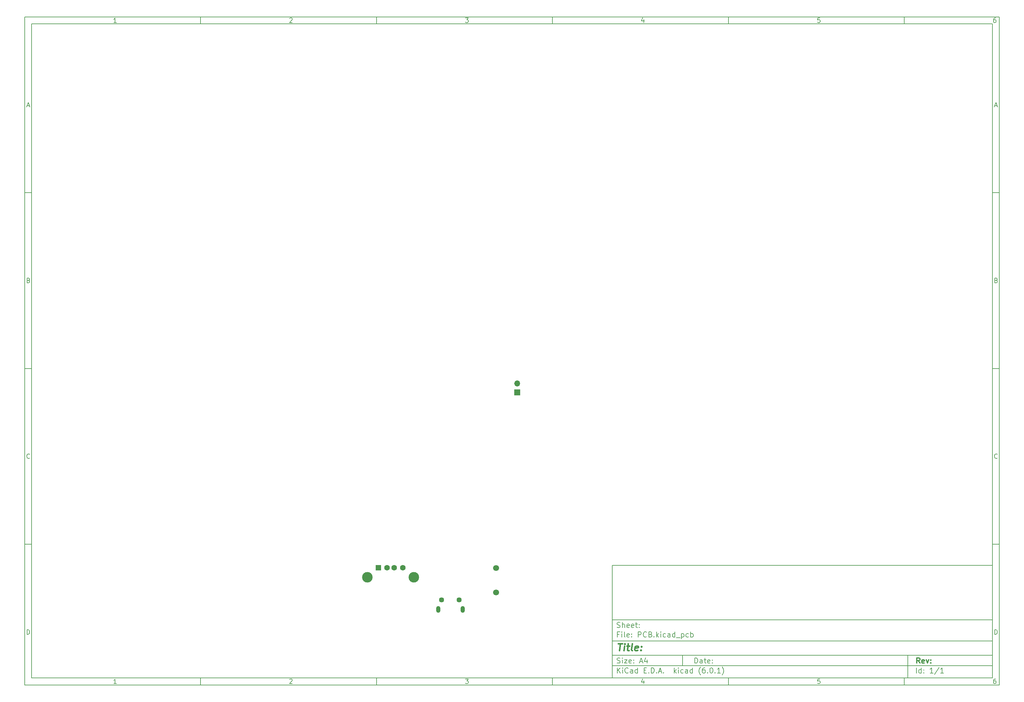
<source format=gbr>
G04 #@! TF.GenerationSoftware,KiCad,Pcbnew,(6.0.1)*
G04 #@! TF.CreationDate,2022-03-03T19:08:37-08:00*
G04 #@! TF.ProjectId,PCB,5043422e-6b69-4636-9164-5f7063625858,rev?*
G04 #@! TF.SameCoordinates,Original*
G04 #@! TF.FileFunction,Soldermask,Bot*
G04 #@! TF.FilePolarity,Negative*
%FSLAX46Y46*%
G04 Gerber Fmt 4.6, Leading zero omitted, Abs format (unit mm)*
G04 Created by KiCad (PCBNEW (6.0.1)) date 2022-03-03 19:08:37*
%MOMM*%
%LPD*%
G01*
G04 APERTURE LIST*
%ADD10C,0.100000*%
%ADD11C,0.150000*%
%ADD12C,0.300000*%
%ADD13C,0.400000*%
%ADD14R,1.600000X1.500000*%
%ADD15C,1.600000*%
%ADD16C,3.000000*%
%ADD17O,1.200000X1.900000*%
%ADD18C,1.450000*%
%ADD19C,1.700000*%
%ADD20R,1.700000X1.700000*%
%ADD21O,1.700000X1.700000*%
G04 APERTURE END LIST*
D10*
D11*
X177002200Y-166007200D02*
X177002200Y-198007200D01*
X285002200Y-198007200D01*
X285002200Y-166007200D01*
X177002200Y-166007200D01*
D10*
D11*
X10000000Y-10000000D02*
X10000000Y-200007200D01*
X287002200Y-200007200D01*
X287002200Y-10000000D01*
X10000000Y-10000000D01*
D10*
D11*
X12000000Y-12000000D02*
X12000000Y-198007200D01*
X285002200Y-198007200D01*
X285002200Y-12000000D01*
X12000000Y-12000000D01*
D10*
D11*
X60000000Y-12000000D02*
X60000000Y-10000000D01*
D10*
D11*
X110000000Y-12000000D02*
X110000000Y-10000000D01*
D10*
D11*
X160000000Y-12000000D02*
X160000000Y-10000000D01*
D10*
D11*
X210000000Y-12000000D02*
X210000000Y-10000000D01*
D10*
D11*
X260000000Y-12000000D02*
X260000000Y-10000000D01*
D10*
D11*
X36065476Y-11588095D02*
X35322619Y-11588095D01*
X35694047Y-11588095D02*
X35694047Y-10288095D01*
X35570238Y-10473809D01*
X35446428Y-10597619D01*
X35322619Y-10659523D01*
D10*
D11*
X85322619Y-10411904D02*
X85384523Y-10350000D01*
X85508333Y-10288095D01*
X85817857Y-10288095D01*
X85941666Y-10350000D01*
X86003571Y-10411904D01*
X86065476Y-10535714D01*
X86065476Y-10659523D01*
X86003571Y-10845238D01*
X85260714Y-11588095D01*
X86065476Y-11588095D01*
D10*
D11*
X135260714Y-10288095D02*
X136065476Y-10288095D01*
X135632142Y-10783333D01*
X135817857Y-10783333D01*
X135941666Y-10845238D01*
X136003571Y-10907142D01*
X136065476Y-11030952D01*
X136065476Y-11340476D01*
X136003571Y-11464285D01*
X135941666Y-11526190D01*
X135817857Y-11588095D01*
X135446428Y-11588095D01*
X135322619Y-11526190D01*
X135260714Y-11464285D01*
D10*
D11*
X185941666Y-10721428D02*
X185941666Y-11588095D01*
X185632142Y-10226190D02*
X185322619Y-11154761D01*
X186127380Y-11154761D01*
D10*
D11*
X236003571Y-10288095D02*
X235384523Y-10288095D01*
X235322619Y-10907142D01*
X235384523Y-10845238D01*
X235508333Y-10783333D01*
X235817857Y-10783333D01*
X235941666Y-10845238D01*
X236003571Y-10907142D01*
X236065476Y-11030952D01*
X236065476Y-11340476D01*
X236003571Y-11464285D01*
X235941666Y-11526190D01*
X235817857Y-11588095D01*
X235508333Y-11588095D01*
X235384523Y-11526190D01*
X235322619Y-11464285D01*
D10*
D11*
X285941666Y-10288095D02*
X285694047Y-10288095D01*
X285570238Y-10350000D01*
X285508333Y-10411904D01*
X285384523Y-10597619D01*
X285322619Y-10845238D01*
X285322619Y-11340476D01*
X285384523Y-11464285D01*
X285446428Y-11526190D01*
X285570238Y-11588095D01*
X285817857Y-11588095D01*
X285941666Y-11526190D01*
X286003571Y-11464285D01*
X286065476Y-11340476D01*
X286065476Y-11030952D01*
X286003571Y-10907142D01*
X285941666Y-10845238D01*
X285817857Y-10783333D01*
X285570238Y-10783333D01*
X285446428Y-10845238D01*
X285384523Y-10907142D01*
X285322619Y-11030952D01*
D10*
D11*
X60000000Y-198007200D02*
X60000000Y-200007200D01*
D10*
D11*
X110000000Y-198007200D02*
X110000000Y-200007200D01*
D10*
D11*
X160000000Y-198007200D02*
X160000000Y-200007200D01*
D10*
D11*
X210000000Y-198007200D02*
X210000000Y-200007200D01*
D10*
D11*
X260000000Y-198007200D02*
X260000000Y-200007200D01*
D10*
D11*
X36065476Y-199595295D02*
X35322619Y-199595295D01*
X35694047Y-199595295D02*
X35694047Y-198295295D01*
X35570238Y-198481009D01*
X35446428Y-198604819D01*
X35322619Y-198666723D01*
D10*
D11*
X85322619Y-198419104D02*
X85384523Y-198357200D01*
X85508333Y-198295295D01*
X85817857Y-198295295D01*
X85941666Y-198357200D01*
X86003571Y-198419104D01*
X86065476Y-198542914D01*
X86065476Y-198666723D01*
X86003571Y-198852438D01*
X85260714Y-199595295D01*
X86065476Y-199595295D01*
D10*
D11*
X135260714Y-198295295D02*
X136065476Y-198295295D01*
X135632142Y-198790533D01*
X135817857Y-198790533D01*
X135941666Y-198852438D01*
X136003571Y-198914342D01*
X136065476Y-199038152D01*
X136065476Y-199347676D01*
X136003571Y-199471485D01*
X135941666Y-199533390D01*
X135817857Y-199595295D01*
X135446428Y-199595295D01*
X135322619Y-199533390D01*
X135260714Y-199471485D01*
D10*
D11*
X185941666Y-198728628D02*
X185941666Y-199595295D01*
X185632142Y-198233390D02*
X185322619Y-199161961D01*
X186127380Y-199161961D01*
D10*
D11*
X236003571Y-198295295D02*
X235384523Y-198295295D01*
X235322619Y-198914342D01*
X235384523Y-198852438D01*
X235508333Y-198790533D01*
X235817857Y-198790533D01*
X235941666Y-198852438D01*
X236003571Y-198914342D01*
X236065476Y-199038152D01*
X236065476Y-199347676D01*
X236003571Y-199471485D01*
X235941666Y-199533390D01*
X235817857Y-199595295D01*
X235508333Y-199595295D01*
X235384523Y-199533390D01*
X235322619Y-199471485D01*
D10*
D11*
X285941666Y-198295295D02*
X285694047Y-198295295D01*
X285570238Y-198357200D01*
X285508333Y-198419104D01*
X285384523Y-198604819D01*
X285322619Y-198852438D01*
X285322619Y-199347676D01*
X285384523Y-199471485D01*
X285446428Y-199533390D01*
X285570238Y-199595295D01*
X285817857Y-199595295D01*
X285941666Y-199533390D01*
X286003571Y-199471485D01*
X286065476Y-199347676D01*
X286065476Y-199038152D01*
X286003571Y-198914342D01*
X285941666Y-198852438D01*
X285817857Y-198790533D01*
X285570238Y-198790533D01*
X285446428Y-198852438D01*
X285384523Y-198914342D01*
X285322619Y-199038152D01*
D10*
D11*
X10000000Y-60000000D02*
X12000000Y-60000000D01*
D10*
D11*
X10000000Y-110000000D02*
X12000000Y-110000000D01*
D10*
D11*
X10000000Y-160000000D02*
X12000000Y-160000000D01*
D10*
D11*
X10690476Y-35216666D02*
X11309523Y-35216666D01*
X10566666Y-35588095D02*
X11000000Y-34288095D01*
X11433333Y-35588095D01*
D10*
D11*
X11092857Y-84907142D02*
X11278571Y-84969047D01*
X11340476Y-85030952D01*
X11402380Y-85154761D01*
X11402380Y-85340476D01*
X11340476Y-85464285D01*
X11278571Y-85526190D01*
X11154761Y-85588095D01*
X10659523Y-85588095D01*
X10659523Y-84288095D01*
X11092857Y-84288095D01*
X11216666Y-84350000D01*
X11278571Y-84411904D01*
X11340476Y-84535714D01*
X11340476Y-84659523D01*
X11278571Y-84783333D01*
X11216666Y-84845238D01*
X11092857Y-84907142D01*
X10659523Y-84907142D01*
D10*
D11*
X11402380Y-135464285D02*
X11340476Y-135526190D01*
X11154761Y-135588095D01*
X11030952Y-135588095D01*
X10845238Y-135526190D01*
X10721428Y-135402380D01*
X10659523Y-135278571D01*
X10597619Y-135030952D01*
X10597619Y-134845238D01*
X10659523Y-134597619D01*
X10721428Y-134473809D01*
X10845238Y-134350000D01*
X11030952Y-134288095D01*
X11154761Y-134288095D01*
X11340476Y-134350000D01*
X11402380Y-134411904D01*
D10*
D11*
X10659523Y-185588095D02*
X10659523Y-184288095D01*
X10969047Y-184288095D01*
X11154761Y-184350000D01*
X11278571Y-184473809D01*
X11340476Y-184597619D01*
X11402380Y-184845238D01*
X11402380Y-185030952D01*
X11340476Y-185278571D01*
X11278571Y-185402380D01*
X11154761Y-185526190D01*
X10969047Y-185588095D01*
X10659523Y-185588095D01*
D10*
D11*
X287002200Y-60000000D02*
X285002200Y-60000000D01*
D10*
D11*
X287002200Y-110000000D02*
X285002200Y-110000000D01*
D10*
D11*
X287002200Y-160000000D02*
X285002200Y-160000000D01*
D10*
D11*
X285692676Y-35216666D02*
X286311723Y-35216666D01*
X285568866Y-35588095D02*
X286002200Y-34288095D01*
X286435533Y-35588095D01*
D10*
D11*
X286095057Y-84907142D02*
X286280771Y-84969047D01*
X286342676Y-85030952D01*
X286404580Y-85154761D01*
X286404580Y-85340476D01*
X286342676Y-85464285D01*
X286280771Y-85526190D01*
X286156961Y-85588095D01*
X285661723Y-85588095D01*
X285661723Y-84288095D01*
X286095057Y-84288095D01*
X286218866Y-84350000D01*
X286280771Y-84411904D01*
X286342676Y-84535714D01*
X286342676Y-84659523D01*
X286280771Y-84783333D01*
X286218866Y-84845238D01*
X286095057Y-84907142D01*
X285661723Y-84907142D01*
D10*
D11*
X286404580Y-135464285D02*
X286342676Y-135526190D01*
X286156961Y-135588095D01*
X286033152Y-135588095D01*
X285847438Y-135526190D01*
X285723628Y-135402380D01*
X285661723Y-135278571D01*
X285599819Y-135030952D01*
X285599819Y-134845238D01*
X285661723Y-134597619D01*
X285723628Y-134473809D01*
X285847438Y-134350000D01*
X286033152Y-134288095D01*
X286156961Y-134288095D01*
X286342676Y-134350000D01*
X286404580Y-134411904D01*
D10*
D11*
X285661723Y-185588095D02*
X285661723Y-184288095D01*
X285971247Y-184288095D01*
X286156961Y-184350000D01*
X286280771Y-184473809D01*
X286342676Y-184597619D01*
X286404580Y-184845238D01*
X286404580Y-185030952D01*
X286342676Y-185278571D01*
X286280771Y-185402380D01*
X286156961Y-185526190D01*
X285971247Y-185588095D01*
X285661723Y-185588095D01*
D10*
D11*
X200434342Y-193785771D02*
X200434342Y-192285771D01*
X200791485Y-192285771D01*
X201005771Y-192357200D01*
X201148628Y-192500057D01*
X201220057Y-192642914D01*
X201291485Y-192928628D01*
X201291485Y-193142914D01*
X201220057Y-193428628D01*
X201148628Y-193571485D01*
X201005771Y-193714342D01*
X200791485Y-193785771D01*
X200434342Y-193785771D01*
X202577200Y-193785771D02*
X202577200Y-193000057D01*
X202505771Y-192857200D01*
X202362914Y-192785771D01*
X202077200Y-192785771D01*
X201934342Y-192857200D01*
X202577200Y-193714342D02*
X202434342Y-193785771D01*
X202077200Y-193785771D01*
X201934342Y-193714342D01*
X201862914Y-193571485D01*
X201862914Y-193428628D01*
X201934342Y-193285771D01*
X202077200Y-193214342D01*
X202434342Y-193214342D01*
X202577200Y-193142914D01*
X203077200Y-192785771D02*
X203648628Y-192785771D01*
X203291485Y-192285771D02*
X203291485Y-193571485D01*
X203362914Y-193714342D01*
X203505771Y-193785771D01*
X203648628Y-193785771D01*
X204720057Y-193714342D02*
X204577200Y-193785771D01*
X204291485Y-193785771D01*
X204148628Y-193714342D01*
X204077200Y-193571485D01*
X204077200Y-193000057D01*
X204148628Y-192857200D01*
X204291485Y-192785771D01*
X204577200Y-192785771D01*
X204720057Y-192857200D01*
X204791485Y-193000057D01*
X204791485Y-193142914D01*
X204077200Y-193285771D01*
X205434342Y-193642914D02*
X205505771Y-193714342D01*
X205434342Y-193785771D01*
X205362914Y-193714342D01*
X205434342Y-193642914D01*
X205434342Y-193785771D01*
X205434342Y-192857200D02*
X205505771Y-192928628D01*
X205434342Y-193000057D01*
X205362914Y-192928628D01*
X205434342Y-192857200D01*
X205434342Y-193000057D01*
D10*
D11*
X177002200Y-194507200D02*
X285002200Y-194507200D01*
D10*
D11*
X178434342Y-196585771D02*
X178434342Y-195085771D01*
X179291485Y-196585771D02*
X178648628Y-195728628D01*
X179291485Y-195085771D02*
X178434342Y-195942914D01*
X179934342Y-196585771D02*
X179934342Y-195585771D01*
X179934342Y-195085771D02*
X179862914Y-195157200D01*
X179934342Y-195228628D01*
X180005771Y-195157200D01*
X179934342Y-195085771D01*
X179934342Y-195228628D01*
X181505771Y-196442914D02*
X181434342Y-196514342D01*
X181220057Y-196585771D01*
X181077200Y-196585771D01*
X180862914Y-196514342D01*
X180720057Y-196371485D01*
X180648628Y-196228628D01*
X180577200Y-195942914D01*
X180577200Y-195728628D01*
X180648628Y-195442914D01*
X180720057Y-195300057D01*
X180862914Y-195157200D01*
X181077200Y-195085771D01*
X181220057Y-195085771D01*
X181434342Y-195157200D01*
X181505771Y-195228628D01*
X182791485Y-196585771D02*
X182791485Y-195800057D01*
X182720057Y-195657200D01*
X182577200Y-195585771D01*
X182291485Y-195585771D01*
X182148628Y-195657200D01*
X182791485Y-196514342D02*
X182648628Y-196585771D01*
X182291485Y-196585771D01*
X182148628Y-196514342D01*
X182077200Y-196371485D01*
X182077200Y-196228628D01*
X182148628Y-196085771D01*
X182291485Y-196014342D01*
X182648628Y-196014342D01*
X182791485Y-195942914D01*
X184148628Y-196585771D02*
X184148628Y-195085771D01*
X184148628Y-196514342D02*
X184005771Y-196585771D01*
X183720057Y-196585771D01*
X183577200Y-196514342D01*
X183505771Y-196442914D01*
X183434342Y-196300057D01*
X183434342Y-195871485D01*
X183505771Y-195728628D01*
X183577200Y-195657200D01*
X183720057Y-195585771D01*
X184005771Y-195585771D01*
X184148628Y-195657200D01*
X186005771Y-195800057D02*
X186505771Y-195800057D01*
X186720057Y-196585771D02*
X186005771Y-196585771D01*
X186005771Y-195085771D01*
X186720057Y-195085771D01*
X187362914Y-196442914D02*
X187434342Y-196514342D01*
X187362914Y-196585771D01*
X187291485Y-196514342D01*
X187362914Y-196442914D01*
X187362914Y-196585771D01*
X188077200Y-196585771D02*
X188077200Y-195085771D01*
X188434342Y-195085771D01*
X188648628Y-195157200D01*
X188791485Y-195300057D01*
X188862914Y-195442914D01*
X188934342Y-195728628D01*
X188934342Y-195942914D01*
X188862914Y-196228628D01*
X188791485Y-196371485D01*
X188648628Y-196514342D01*
X188434342Y-196585771D01*
X188077200Y-196585771D01*
X189577200Y-196442914D02*
X189648628Y-196514342D01*
X189577200Y-196585771D01*
X189505771Y-196514342D01*
X189577200Y-196442914D01*
X189577200Y-196585771D01*
X190220057Y-196157200D02*
X190934342Y-196157200D01*
X190077200Y-196585771D02*
X190577200Y-195085771D01*
X191077200Y-196585771D01*
X191577200Y-196442914D02*
X191648628Y-196514342D01*
X191577200Y-196585771D01*
X191505771Y-196514342D01*
X191577200Y-196442914D01*
X191577200Y-196585771D01*
X194577200Y-196585771D02*
X194577200Y-195085771D01*
X194720057Y-196014342D02*
X195148628Y-196585771D01*
X195148628Y-195585771D02*
X194577200Y-196157200D01*
X195791485Y-196585771D02*
X195791485Y-195585771D01*
X195791485Y-195085771D02*
X195720057Y-195157200D01*
X195791485Y-195228628D01*
X195862914Y-195157200D01*
X195791485Y-195085771D01*
X195791485Y-195228628D01*
X197148628Y-196514342D02*
X197005771Y-196585771D01*
X196720057Y-196585771D01*
X196577200Y-196514342D01*
X196505771Y-196442914D01*
X196434342Y-196300057D01*
X196434342Y-195871485D01*
X196505771Y-195728628D01*
X196577200Y-195657200D01*
X196720057Y-195585771D01*
X197005771Y-195585771D01*
X197148628Y-195657200D01*
X198434342Y-196585771D02*
X198434342Y-195800057D01*
X198362914Y-195657200D01*
X198220057Y-195585771D01*
X197934342Y-195585771D01*
X197791485Y-195657200D01*
X198434342Y-196514342D02*
X198291485Y-196585771D01*
X197934342Y-196585771D01*
X197791485Y-196514342D01*
X197720057Y-196371485D01*
X197720057Y-196228628D01*
X197791485Y-196085771D01*
X197934342Y-196014342D01*
X198291485Y-196014342D01*
X198434342Y-195942914D01*
X199791485Y-196585771D02*
X199791485Y-195085771D01*
X199791485Y-196514342D02*
X199648628Y-196585771D01*
X199362914Y-196585771D01*
X199220057Y-196514342D01*
X199148628Y-196442914D01*
X199077200Y-196300057D01*
X199077200Y-195871485D01*
X199148628Y-195728628D01*
X199220057Y-195657200D01*
X199362914Y-195585771D01*
X199648628Y-195585771D01*
X199791485Y-195657200D01*
X202077200Y-197157200D02*
X202005771Y-197085771D01*
X201862914Y-196871485D01*
X201791485Y-196728628D01*
X201720057Y-196514342D01*
X201648628Y-196157200D01*
X201648628Y-195871485D01*
X201720057Y-195514342D01*
X201791485Y-195300057D01*
X201862914Y-195157200D01*
X202005771Y-194942914D01*
X202077200Y-194871485D01*
X203291485Y-195085771D02*
X203005771Y-195085771D01*
X202862914Y-195157200D01*
X202791485Y-195228628D01*
X202648628Y-195442914D01*
X202577200Y-195728628D01*
X202577200Y-196300057D01*
X202648628Y-196442914D01*
X202720057Y-196514342D01*
X202862914Y-196585771D01*
X203148628Y-196585771D01*
X203291485Y-196514342D01*
X203362914Y-196442914D01*
X203434342Y-196300057D01*
X203434342Y-195942914D01*
X203362914Y-195800057D01*
X203291485Y-195728628D01*
X203148628Y-195657200D01*
X202862914Y-195657200D01*
X202720057Y-195728628D01*
X202648628Y-195800057D01*
X202577200Y-195942914D01*
X204077200Y-196442914D02*
X204148628Y-196514342D01*
X204077200Y-196585771D01*
X204005771Y-196514342D01*
X204077200Y-196442914D01*
X204077200Y-196585771D01*
X205077200Y-195085771D02*
X205220057Y-195085771D01*
X205362914Y-195157200D01*
X205434342Y-195228628D01*
X205505771Y-195371485D01*
X205577200Y-195657200D01*
X205577200Y-196014342D01*
X205505771Y-196300057D01*
X205434342Y-196442914D01*
X205362914Y-196514342D01*
X205220057Y-196585771D01*
X205077200Y-196585771D01*
X204934342Y-196514342D01*
X204862914Y-196442914D01*
X204791485Y-196300057D01*
X204720057Y-196014342D01*
X204720057Y-195657200D01*
X204791485Y-195371485D01*
X204862914Y-195228628D01*
X204934342Y-195157200D01*
X205077200Y-195085771D01*
X206220057Y-196442914D02*
X206291485Y-196514342D01*
X206220057Y-196585771D01*
X206148628Y-196514342D01*
X206220057Y-196442914D01*
X206220057Y-196585771D01*
X207720057Y-196585771D02*
X206862914Y-196585771D01*
X207291485Y-196585771D02*
X207291485Y-195085771D01*
X207148628Y-195300057D01*
X207005771Y-195442914D01*
X206862914Y-195514342D01*
X208220057Y-197157200D02*
X208291485Y-197085771D01*
X208434342Y-196871485D01*
X208505771Y-196728628D01*
X208577200Y-196514342D01*
X208648628Y-196157200D01*
X208648628Y-195871485D01*
X208577200Y-195514342D01*
X208505771Y-195300057D01*
X208434342Y-195157200D01*
X208291485Y-194942914D01*
X208220057Y-194871485D01*
D10*
D11*
X177002200Y-191507200D02*
X285002200Y-191507200D01*
D10*
D12*
X264411485Y-193785771D02*
X263911485Y-193071485D01*
X263554342Y-193785771D02*
X263554342Y-192285771D01*
X264125771Y-192285771D01*
X264268628Y-192357200D01*
X264340057Y-192428628D01*
X264411485Y-192571485D01*
X264411485Y-192785771D01*
X264340057Y-192928628D01*
X264268628Y-193000057D01*
X264125771Y-193071485D01*
X263554342Y-193071485D01*
X265625771Y-193714342D02*
X265482914Y-193785771D01*
X265197200Y-193785771D01*
X265054342Y-193714342D01*
X264982914Y-193571485D01*
X264982914Y-193000057D01*
X265054342Y-192857200D01*
X265197200Y-192785771D01*
X265482914Y-192785771D01*
X265625771Y-192857200D01*
X265697200Y-193000057D01*
X265697200Y-193142914D01*
X264982914Y-193285771D01*
X266197200Y-192785771D02*
X266554342Y-193785771D01*
X266911485Y-192785771D01*
X267482914Y-193642914D02*
X267554342Y-193714342D01*
X267482914Y-193785771D01*
X267411485Y-193714342D01*
X267482914Y-193642914D01*
X267482914Y-193785771D01*
X267482914Y-192857200D02*
X267554342Y-192928628D01*
X267482914Y-193000057D01*
X267411485Y-192928628D01*
X267482914Y-192857200D01*
X267482914Y-193000057D01*
D10*
D11*
X178362914Y-193714342D02*
X178577200Y-193785771D01*
X178934342Y-193785771D01*
X179077200Y-193714342D01*
X179148628Y-193642914D01*
X179220057Y-193500057D01*
X179220057Y-193357200D01*
X179148628Y-193214342D01*
X179077200Y-193142914D01*
X178934342Y-193071485D01*
X178648628Y-193000057D01*
X178505771Y-192928628D01*
X178434342Y-192857200D01*
X178362914Y-192714342D01*
X178362914Y-192571485D01*
X178434342Y-192428628D01*
X178505771Y-192357200D01*
X178648628Y-192285771D01*
X179005771Y-192285771D01*
X179220057Y-192357200D01*
X179862914Y-193785771D02*
X179862914Y-192785771D01*
X179862914Y-192285771D02*
X179791485Y-192357200D01*
X179862914Y-192428628D01*
X179934342Y-192357200D01*
X179862914Y-192285771D01*
X179862914Y-192428628D01*
X180434342Y-192785771D02*
X181220057Y-192785771D01*
X180434342Y-193785771D01*
X181220057Y-193785771D01*
X182362914Y-193714342D02*
X182220057Y-193785771D01*
X181934342Y-193785771D01*
X181791485Y-193714342D01*
X181720057Y-193571485D01*
X181720057Y-193000057D01*
X181791485Y-192857200D01*
X181934342Y-192785771D01*
X182220057Y-192785771D01*
X182362914Y-192857200D01*
X182434342Y-193000057D01*
X182434342Y-193142914D01*
X181720057Y-193285771D01*
X183077200Y-193642914D02*
X183148628Y-193714342D01*
X183077200Y-193785771D01*
X183005771Y-193714342D01*
X183077200Y-193642914D01*
X183077200Y-193785771D01*
X183077200Y-192857200D02*
X183148628Y-192928628D01*
X183077200Y-193000057D01*
X183005771Y-192928628D01*
X183077200Y-192857200D01*
X183077200Y-193000057D01*
X184862914Y-193357200D02*
X185577200Y-193357200D01*
X184720057Y-193785771D02*
X185220057Y-192285771D01*
X185720057Y-193785771D01*
X186862914Y-192785771D02*
X186862914Y-193785771D01*
X186505771Y-192214342D02*
X186148628Y-193285771D01*
X187077200Y-193285771D01*
D10*
D11*
X263434342Y-196585771D02*
X263434342Y-195085771D01*
X264791485Y-196585771D02*
X264791485Y-195085771D01*
X264791485Y-196514342D02*
X264648628Y-196585771D01*
X264362914Y-196585771D01*
X264220057Y-196514342D01*
X264148628Y-196442914D01*
X264077200Y-196300057D01*
X264077200Y-195871485D01*
X264148628Y-195728628D01*
X264220057Y-195657200D01*
X264362914Y-195585771D01*
X264648628Y-195585771D01*
X264791485Y-195657200D01*
X265505771Y-196442914D02*
X265577200Y-196514342D01*
X265505771Y-196585771D01*
X265434342Y-196514342D01*
X265505771Y-196442914D01*
X265505771Y-196585771D01*
X265505771Y-195657200D02*
X265577200Y-195728628D01*
X265505771Y-195800057D01*
X265434342Y-195728628D01*
X265505771Y-195657200D01*
X265505771Y-195800057D01*
X268148628Y-196585771D02*
X267291485Y-196585771D01*
X267720057Y-196585771D02*
X267720057Y-195085771D01*
X267577200Y-195300057D01*
X267434342Y-195442914D01*
X267291485Y-195514342D01*
X269862914Y-195014342D02*
X268577200Y-196942914D01*
X271148628Y-196585771D02*
X270291485Y-196585771D01*
X270720057Y-196585771D02*
X270720057Y-195085771D01*
X270577200Y-195300057D01*
X270434342Y-195442914D01*
X270291485Y-195514342D01*
D10*
D11*
X177002200Y-187507200D02*
X285002200Y-187507200D01*
D10*
D13*
X178714580Y-188211961D02*
X179857438Y-188211961D01*
X179036009Y-190211961D02*
X179286009Y-188211961D01*
X180274104Y-190211961D02*
X180440771Y-188878628D01*
X180524104Y-188211961D02*
X180416961Y-188307200D01*
X180500295Y-188402438D01*
X180607438Y-188307200D01*
X180524104Y-188211961D01*
X180500295Y-188402438D01*
X181107438Y-188878628D02*
X181869342Y-188878628D01*
X181476485Y-188211961D02*
X181262200Y-189926247D01*
X181333628Y-190116723D01*
X181512200Y-190211961D01*
X181702676Y-190211961D01*
X182655057Y-190211961D02*
X182476485Y-190116723D01*
X182405057Y-189926247D01*
X182619342Y-188211961D01*
X184190771Y-190116723D02*
X183988390Y-190211961D01*
X183607438Y-190211961D01*
X183428866Y-190116723D01*
X183357438Y-189926247D01*
X183452676Y-189164342D01*
X183571723Y-188973866D01*
X183774104Y-188878628D01*
X184155057Y-188878628D01*
X184333628Y-188973866D01*
X184405057Y-189164342D01*
X184381247Y-189354819D01*
X183405057Y-189545295D01*
X185155057Y-190021485D02*
X185238390Y-190116723D01*
X185131247Y-190211961D01*
X185047914Y-190116723D01*
X185155057Y-190021485D01*
X185131247Y-190211961D01*
X185286009Y-188973866D02*
X185369342Y-189069104D01*
X185262200Y-189164342D01*
X185178866Y-189069104D01*
X185286009Y-188973866D01*
X185262200Y-189164342D01*
D10*
D11*
X178934342Y-185600057D02*
X178434342Y-185600057D01*
X178434342Y-186385771D02*
X178434342Y-184885771D01*
X179148628Y-184885771D01*
X179720057Y-186385771D02*
X179720057Y-185385771D01*
X179720057Y-184885771D02*
X179648628Y-184957200D01*
X179720057Y-185028628D01*
X179791485Y-184957200D01*
X179720057Y-184885771D01*
X179720057Y-185028628D01*
X180648628Y-186385771D02*
X180505771Y-186314342D01*
X180434342Y-186171485D01*
X180434342Y-184885771D01*
X181791485Y-186314342D02*
X181648628Y-186385771D01*
X181362914Y-186385771D01*
X181220057Y-186314342D01*
X181148628Y-186171485D01*
X181148628Y-185600057D01*
X181220057Y-185457200D01*
X181362914Y-185385771D01*
X181648628Y-185385771D01*
X181791485Y-185457200D01*
X181862914Y-185600057D01*
X181862914Y-185742914D01*
X181148628Y-185885771D01*
X182505771Y-186242914D02*
X182577200Y-186314342D01*
X182505771Y-186385771D01*
X182434342Y-186314342D01*
X182505771Y-186242914D01*
X182505771Y-186385771D01*
X182505771Y-185457200D02*
X182577200Y-185528628D01*
X182505771Y-185600057D01*
X182434342Y-185528628D01*
X182505771Y-185457200D01*
X182505771Y-185600057D01*
X184362914Y-186385771D02*
X184362914Y-184885771D01*
X184934342Y-184885771D01*
X185077200Y-184957200D01*
X185148628Y-185028628D01*
X185220057Y-185171485D01*
X185220057Y-185385771D01*
X185148628Y-185528628D01*
X185077200Y-185600057D01*
X184934342Y-185671485D01*
X184362914Y-185671485D01*
X186720057Y-186242914D02*
X186648628Y-186314342D01*
X186434342Y-186385771D01*
X186291485Y-186385771D01*
X186077200Y-186314342D01*
X185934342Y-186171485D01*
X185862914Y-186028628D01*
X185791485Y-185742914D01*
X185791485Y-185528628D01*
X185862914Y-185242914D01*
X185934342Y-185100057D01*
X186077200Y-184957200D01*
X186291485Y-184885771D01*
X186434342Y-184885771D01*
X186648628Y-184957200D01*
X186720057Y-185028628D01*
X187862914Y-185600057D02*
X188077200Y-185671485D01*
X188148628Y-185742914D01*
X188220057Y-185885771D01*
X188220057Y-186100057D01*
X188148628Y-186242914D01*
X188077200Y-186314342D01*
X187934342Y-186385771D01*
X187362914Y-186385771D01*
X187362914Y-184885771D01*
X187862914Y-184885771D01*
X188005771Y-184957200D01*
X188077200Y-185028628D01*
X188148628Y-185171485D01*
X188148628Y-185314342D01*
X188077200Y-185457200D01*
X188005771Y-185528628D01*
X187862914Y-185600057D01*
X187362914Y-185600057D01*
X188862914Y-186242914D02*
X188934342Y-186314342D01*
X188862914Y-186385771D01*
X188791485Y-186314342D01*
X188862914Y-186242914D01*
X188862914Y-186385771D01*
X189577200Y-186385771D02*
X189577200Y-184885771D01*
X189720057Y-185814342D02*
X190148628Y-186385771D01*
X190148628Y-185385771D02*
X189577200Y-185957200D01*
X190791485Y-186385771D02*
X190791485Y-185385771D01*
X190791485Y-184885771D02*
X190720057Y-184957200D01*
X190791485Y-185028628D01*
X190862914Y-184957200D01*
X190791485Y-184885771D01*
X190791485Y-185028628D01*
X192148628Y-186314342D02*
X192005771Y-186385771D01*
X191720057Y-186385771D01*
X191577200Y-186314342D01*
X191505771Y-186242914D01*
X191434342Y-186100057D01*
X191434342Y-185671485D01*
X191505771Y-185528628D01*
X191577200Y-185457200D01*
X191720057Y-185385771D01*
X192005771Y-185385771D01*
X192148628Y-185457200D01*
X193434342Y-186385771D02*
X193434342Y-185600057D01*
X193362914Y-185457200D01*
X193220057Y-185385771D01*
X192934342Y-185385771D01*
X192791485Y-185457200D01*
X193434342Y-186314342D02*
X193291485Y-186385771D01*
X192934342Y-186385771D01*
X192791485Y-186314342D01*
X192720057Y-186171485D01*
X192720057Y-186028628D01*
X192791485Y-185885771D01*
X192934342Y-185814342D01*
X193291485Y-185814342D01*
X193434342Y-185742914D01*
X194791485Y-186385771D02*
X194791485Y-184885771D01*
X194791485Y-186314342D02*
X194648628Y-186385771D01*
X194362914Y-186385771D01*
X194220057Y-186314342D01*
X194148628Y-186242914D01*
X194077200Y-186100057D01*
X194077200Y-185671485D01*
X194148628Y-185528628D01*
X194220057Y-185457200D01*
X194362914Y-185385771D01*
X194648628Y-185385771D01*
X194791485Y-185457200D01*
X195148628Y-186528628D02*
X196291485Y-186528628D01*
X196648628Y-185385771D02*
X196648628Y-186885771D01*
X196648628Y-185457200D02*
X196791485Y-185385771D01*
X197077200Y-185385771D01*
X197220057Y-185457200D01*
X197291485Y-185528628D01*
X197362914Y-185671485D01*
X197362914Y-186100057D01*
X197291485Y-186242914D01*
X197220057Y-186314342D01*
X197077200Y-186385771D01*
X196791485Y-186385771D01*
X196648628Y-186314342D01*
X198648628Y-186314342D02*
X198505771Y-186385771D01*
X198220057Y-186385771D01*
X198077200Y-186314342D01*
X198005771Y-186242914D01*
X197934342Y-186100057D01*
X197934342Y-185671485D01*
X198005771Y-185528628D01*
X198077200Y-185457200D01*
X198220057Y-185385771D01*
X198505771Y-185385771D01*
X198648628Y-185457200D01*
X199291485Y-186385771D02*
X199291485Y-184885771D01*
X199291485Y-185457200D02*
X199434342Y-185385771D01*
X199720057Y-185385771D01*
X199862914Y-185457200D01*
X199934342Y-185528628D01*
X200005771Y-185671485D01*
X200005771Y-186100057D01*
X199934342Y-186242914D01*
X199862914Y-186314342D01*
X199720057Y-186385771D01*
X199434342Y-186385771D01*
X199291485Y-186314342D01*
D10*
D11*
X177002200Y-181507200D02*
X285002200Y-181507200D01*
D10*
D11*
X178362914Y-183614342D02*
X178577200Y-183685771D01*
X178934342Y-183685771D01*
X179077200Y-183614342D01*
X179148628Y-183542914D01*
X179220057Y-183400057D01*
X179220057Y-183257200D01*
X179148628Y-183114342D01*
X179077200Y-183042914D01*
X178934342Y-182971485D01*
X178648628Y-182900057D01*
X178505771Y-182828628D01*
X178434342Y-182757200D01*
X178362914Y-182614342D01*
X178362914Y-182471485D01*
X178434342Y-182328628D01*
X178505771Y-182257200D01*
X178648628Y-182185771D01*
X179005771Y-182185771D01*
X179220057Y-182257200D01*
X179862914Y-183685771D02*
X179862914Y-182185771D01*
X180505771Y-183685771D02*
X180505771Y-182900057D01*
X180434342Y-182757200D01*
X180291485Y-182685771D01*
X180077200Y-182685771D01*
X179934342Y-182757200D01*
X179862914Y-182828628D01*
X181791485Y-183614342D02*
X181648628Y-183685771D01*
X181362914Y-183685771D01*
X181220057Y-183614342D01*
X181148628Y-183471485D01*
X181148628Y-182900057D01*
X181220057Y-182757200D01*
X181362914Y-182685771D01*
X181648628Y-182685771D01*
X181791485Y-182757200D01*
X181862914Y-182900057D01*
X181862914Y-183042914D01*
X181148628Y-183185771D01*
X183077200Y-183614342D02*
X182934342Y-183685771D01*
X182648628Y-183685771D01*
X182505771Y-183614342D01*
X182434342Y-183471485D01*
X182434342Y-182900057D01*
X182505771Y-182757200D01*
X182648628Y-182685771D01*
X182934342Y-182685771D01*
X183077200Y-182757200D01*
X183148628Y-182900057D01*
X183148628Y-183042914D01*
X182434342Y-183185771D01*
X183577200Y-182685771D02*
X184148628Y-182685771D01*
X183791485Y-182185771D02*
X183791485Y-183471485D01*
X183862914Y-183614342D01*
X184005771Y-183685771D01*
X184148628Y-183685771D01*
X184648628Y-183542914D02*
X184720057Y-183614342D01*
X184648628Y-183685771D01*
X184577200Y-183614342D01*
X184648628Y-183542914D01*
X184648628Y-183685771D01*
X184648628Y-182757200D02*
X184720057Y-182828628D01*
X184648628Y-182900057D01*
X184577200Y-182828628D01*
X184648628Y-182757200D01*
X184648628Y-182900057D01*
D10*
D12*
D10*
D11*
D10*
D11*
D10*
D11*
D10*
D11*
D10*
D11*
X197002200Y-191507200D02*
X197002200Y-194507200D01*
D10*
D11*
X261002200Y-191507200D02*
X261002200Y-198007200D01*
D14*
G04 #@! TO.C,J1*
X110500000Y-166640000D03*
D15*
X113000000Y-166640000D03*
X115000000Y-166640000D03*
X117500000Y-166640000D03*
D16*
X120570000Y-169350000D03*
X107430000Y-169350000D03*
G04 #@! TD*
D17*
G04 #@! TO.C,J3*
X127500000Y-178529500D03*
X134500000Y-178529500D03*
D18*
X128500000Y-175829500D03*
X133500000Y-175829500D03*
G04 #@! TD*
D19*
G04 #@! TO.C,J2*
X144000000Y-166700000D03*
X144000000Y-173700000D03*
G04 #@! TD*
D20*
G04 #@! TO.C,SW2*
X150000000Y-116775000D03*
D21*
X150000000Y-114235000D03*
G04 #@! TD*
M02*

</source>
